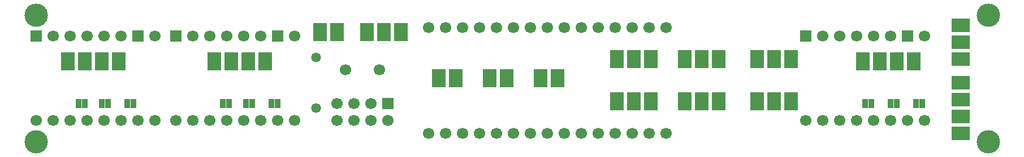
<source format=gbr>
G04 DipTrace 3.3.1.3*
G04 TopMask.gbr*
%MOIN*%
G04 #@! TF.FileFunction,Soldermask,Top*
G04 #@! TF.Part,Single*
%ADD27C,0.137801*%
%ADD34C,0.05788*%
%ADD36C,0.05788*%
%ADD38R,0.03288X0.05788*%
%ADD40R,0.10788X0.08288*%
%ADD42R,0.08288X0.10788*%
%ADD44C,0.06698*%
%ADD46R,0.06698X0.06698*%
%ADD48R,0.066935X0.066935*%
%ADD50C,0.066935*%
%FSLAX26Y26*%
G04*
G70*
G90*
G75*
G01*
G04 TopMask*
%LPD*%
D50*
X2806200Y1168700D3*
X2906200D3*
X3006200D3*
X3106200D3*
X3206200D3*
X3306200D3*
X3406200D3*
X3506200D3*
X3606200D3*
X3706200D3*
X3806200D3*
X3906200D3*
X4006200D3*
X4106200D3*
X4206200D3*
Y543700D3*
X4106200D3*
X4006200D3*
X3906200D3*
X3806200D3*
X3706200D3*
X3606200D3*
X3506200D3*
X3406200D3*
X3306200D3*
X3206200D3*
X3106200D3*
X3006200D3*
X2906200D3*
X2806200D3*
D48*
X493700Y1118700D3*
D50*
X593700D3*
X693700D3*
X793700D3*
X893700D3*
X993700D3*
D48*
X1093700D3*
D50*
X1193700D3*
Y618700D3*
X1093700D3*
X993700D3*
X893700D3*
X793700D3*
X693700D3*
X593700D3*
X493700D3*
D48*
X1318700Y1118700D3*
D50*
X1418700D3*
X1518700D3*
X1618700D3*
X1718700D3*
X1818700D3*
D48*
X1918700D3*
D50*
X2018700D3*
Y618700D3*
X1918700D3*
X1818700D3*
X1718700D3*
X1618700D3*
X1518700D3*
X1418700D3*
X1318700D3*
D48*
X5031200Y1118700D3*
D50*
X5131200D3*
X5231200D3*
X5331200D3*
X5431200D3*
X5531200D3*
D48*
X5631200D3*
D50*
X5731200D3*
Y618700D3*
X5631200D3*
X5531200D3*
X5431200D3*
X5331200D3*
X5231200D3*
X5131200D3*
X5031200D3*
D46*
X2568700Y718700D3*
D44*
X2468700D3*
X2368700D3*
X2268700D3*
X2568700Y618700D3*
X2468700D3*
X2368700D3*
X2268700D3*
D42*
X681200Y968700D3*
X781200D3*
X881200D3*
X981200D3*
X1543700D3*
X1643700D3*
X1743700D3*
X1843700D3*
X5368700D3*
X5468700D3*
X5568700D3*
X5668700D3*
D40*
X5943700Y1181200D3*
Y1081200D3*
Y981200D3*
D42*
X3168700Y868700D3*
X3268700D3*
X2868700D3*
X2968700D3*
X2168700Y1143700D3*
X2268700D3*
D38*
X1068700Y718700D3*
X1031199D3*
X918700D3*
X881199D3*
X743700D3*
X781201D3*
X1918700D3*
X1881199D3*
X1768700D3*
X1731199D3*
X1593700D3*
X1631201D3*
X5718700D3*
X5681199D3*
X5568700D3*
X5531199D3*
X5418700D3*
X5381199D3*
D40*
X5943700Y543700D3*
Y643700D3*
Y743700D3*
Y843700D3*
D42*
X3468700Y868700D3*
X3568700D3*
X2443700Y1143700D3*
X2543700D3*
X2643700D3*
D36*
X2143700Y993700D3*
D34*
Y693700D3*
D50*
X2518700Y918700D3*
X2318700D3*
D42*
X4743700Y731200D3*
X4843700D3*
X4943700D3*
X4318700D3*
X4418700D3*
X4518700D3*
X4743700Y981200D3*
X4843700D3*
X4943700D3*
X4318700D3*
X4418700D3*
X4518700D3*
X3918700D3*
X4018700D3*
X4118700D3*
X3918700Y731200D3*
X4018700D3*
X4118700D3*
D27*
X493700Y493700D3*
X6106200Y1243700D3*
Y493700D3*
X493700Y1243700D3*
M02*

</source>
